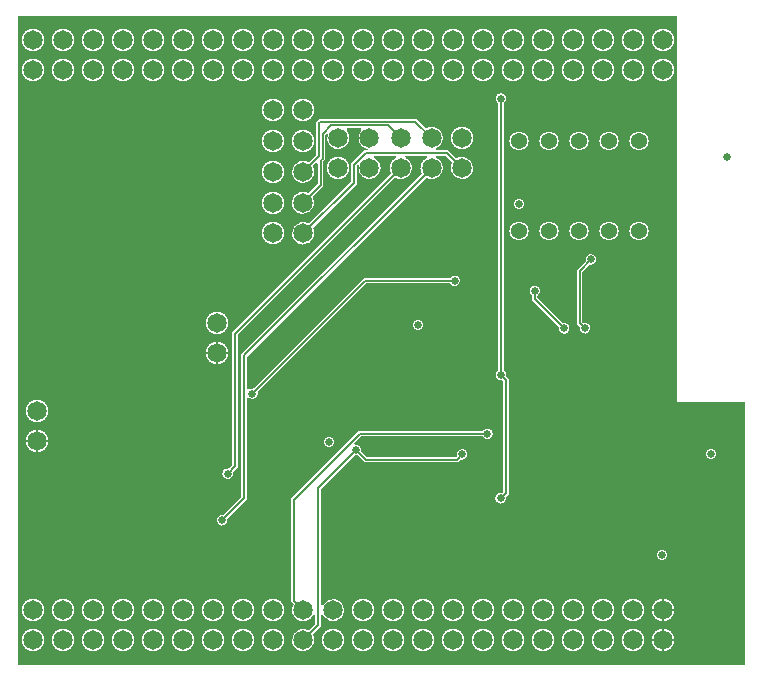
<source format=gbl>
G04 ================== begin FILE IDENTIFICATION RECORD ==================*
G04 Layout Name:  BBB_CAPE_PCB_AN.brd*
G04 Film Name:    BOTTOM*
G04 File Format:  Gerber RS274X*
G04 File Origin:  Cadence Allegro 16.6-P004*
G04 Origin Date:  Thu Sep 11 16:38:19 2014*
G04 *
G04 Layer:  VIA CLASS/BOTTOM*
G04 Layer:  PIN/BOTTOM*
G04 Layer:  ETCH/BOTTOM*
G04 *
G04 Offset:    (0.00 0.00)*
G04 Mirror:    No*
G04 Mode:      Positive*
G04 Rotation:  0*
G04 FullContactRelief:  No*
G04 UndefLineWidth:     5.00*
G04 ================== end FILE IDENTIFICATION RECORD ====================*
%FSLAX25Y25*MOIN*%
%IR0*IPPOS*OFA0.00000B0.00000*MIA0B0*SFA1.00000B1.00000*%
%ADD11C,.026*%
%ADD12C,.054*%
%ADD10C,.065*%
%ADD13C,.006*%
%ADD15C,.03604*%
%ADD16C,.06404*%
%ADD14C,.07504*%
G75*
%LPD*%
G75*
G36*
G01X611300Y1592400D02*
Y1808700D01*
X831000D01*
Y1680000D01*
X853700D01*
Y1592400D01*
X611300D01*
G37*
%LPC*%
G75*
G36*
G01X801837Y1725735D02*
X801732Y1725757D01*
X799332Y1723358D01*
Y1706742D01*
X799732Y1706343D01*
X799837Y1706365D01*
G02X798435Y1704963I363J-1765D01*
G01X798457Y1705068D01*
X797530Y1705996D01*
Y1724104D01*
X800457Y1727032D01*
X800435Y1727137D01*
G02X801837Y1725735I1765J363D01*
G37*
G36*
G01X784402Y1715440D02*
Y1714673D01*
X792832Y1706243D01*
X792937Y1706265D01*
G02X791535Y1704863I363J-1765D01*
G01X791557Y1704968D01*
X782598Y1713927D01*
Y1715440D01*
G02X784402I902J1560D01*
G37*
G36*
G01X772463Y1649665D02*
X772568Y1649643D01*
X773054Y1650128D01*
Y1686858D01*
X772654Y1687257D01*
X772549Y1687235D01*
G02X771298Y1690568I-363J1765D01*
G01Y1779540D01*
G02X773102I902J1560D01*
G01Y1690552D01*
G02X773951Y1688637I-916J-1552D01*
G01X773929Y1688532D01*
X774856Y1687604D01*
Y1649382D01*
X773843Y1648368D01*
X773865Y1648263D01*
G02X772463Y1649665I-1765J-363D01*
G37*
G36*
G01X681043Y1641068D02*
X681065Y1640963D01*
G02X679663Y1642365I-1765J-363D01*
G01X679768Y1642343D01*
X685698Y1648273D01*
Y1695873D01*
X745885Y1756060D01*
X745813Y1756192D01*
G02X747395Y1761342I3287J1808D01*
G03X747213Y1762098I-182J356D01*
G01X740687D01*
G03X740505Y1761342I0J-400D01*
G02X736862Y1754787I-1705J-3342D01*
G01X684502Y1702427D01*
Y1658227D01*
X682843Y1656568D01*
X682865Y1656463D01*
G02X681463Y1657865I-1765J-363D01*
G01X681568Y1657843D01*
X682698Y1658973D01*
Y1703173D01*
X735585Y1756060D01*
X735513Y1756192D01*
G02X737095Y1761342I3287J1808D01*
G03X736913Y1762098I-182J356D01*
G01X730287D01*
G03X730105Y1761342I0J-400D01*
G02X724745Y1758847I-1705J-3342D01*
G01X724770Y1758955D01*
X724550Y1759175D01*
X724102Y1758727D01*
Y1752727D01*
X709515Y1738140D01*
X709587Y1738008D01*
G02X708238Y1739413I-3288J-1807D01*
G01X722298Y1753473D01*
Y1759473D01*
X726727Y1763902D01*
X727952D01*
Y1764271D01*
X727785Y1764299D01*
G02X725714Y1770619I615J3701D01*
G03X725427Y1771298I-287J279D01*
G01X720973D01*
G03X720686Y1770619I0J-400D01*
G02X714520Y1769402I-2686J-2619D01*
G01X714569Y1769524D01*
X714334Y1769759D01*
X713652Y1769077D01*
Y1760777D01*
X713052Y1760177D01*
Y1751977D01*
X709415Y1748340D01*
X709487Y1748208D01*
G02X708138Y1749613I-3288J-1807D01*
G01X711248Y1752723D01*
Y1759408D01*
G03X710566Y1759691I-400J0D01*
G01X709515Y1758640D01*
X709587Y1758508D01*
G02X708108Y1759987I-3287J-1808D01*
G01X708240Y1759915D01*
X710648Y1762323D01*
Y1773423D01*
X711527Y1774302D01*
X744073D01*
X747160Y1771215D01*
X747292Y1771287D01*
G02X750805Y1764658I1808J-3287D01*
G03X750987Y1763902I182J-356D01*
G01X754573D01*
X757260Y1761215D01*
X757392Y1761287D01*
G02X755913Y1759808I1808J-3287D01*
G01X755985Y1759940D01*
X753827Y1762098D01*
X750987D01*
G03X750805Y1761342I0J-400D01*
G02X747292Y1754713I-1705J-3342D01*
G01X747160Y1754785D01*
X687502Y1695127D01*
Y1684413D01*
G03X688174Y1684120I400J0D01*
G02X689763Y1684565I1226J-1320D01*
G01X689868Y1684543D01*
X726627Y1721302D01*
X755240D01*
G02Y1719498I1560J-902D01*
G01X727373D01*
X691143Y1683268D01*
X691165Y1683163D01*
G02X688174Y1681480I-1765J-363D01*
G03X687502Y1681187I-272J-293D01*
G01Y1647527D01*
X681043Y1641068D01*
G37*
G36*
G01X709515Y1602540D02*
X709587Y1602408D01*
G02X708108Y1603887I-3287J-1808D01*
G01X708240Y1603815D01*
X710398Y1605973D01*
Y1608713D01*
G03X709642Y1608895I-400J0D01*
G02X703013Y1612408I-3342J1705D01*
G01X703085Y1612540D01*
X702250Y1613375D01*
Y1647825D01*
X724727Y1670302D01*
X766140D01*
G02Y1668498I1560J-902D01*
G01X725473D01*
X723454Y1666479D01*
G03X723766Y1665797I282J-283D01*
G02X725665Y1663637I134J-1797D01*
G01X725643Y1663532D01*
X727542Y1661632D01*
X757158D01*
X757557Y1662032D01*
X757535Y1662137D01*
G02X758937Y1660735I1765J363D01*
G01X758832Y1660757D01*
X757904Y1659830D01*
X726796D01*
X724368Y1662257D01*
X724263Y1662235D01*
G02X723537I-363J1765D01*
G01X723432Y1662257D01*
X712202Y1651027D01*
Y1612487D01*
G03X712958Y1612305I400J0D01*
G02Y1608895I3342J-1705D01*
G03X712202Y1608713I-356J-182D01*
G01Y1605227D01*
X709515Y1602540D01*
G37*
G54D15*
X714900Y1666700D03*
X744500Y1705800D03*
X778100Y1746100D03*
X825800Y1628900D03*
X842400Y1662800D03*
G54D16*
X778400Y1737100D03*
Y1767100D03*
X808400Y1737100D03*
X798400D03*
X788400D03*
Y1767100D03*
X798400D03*
X808400D03*
X818400Y1737100D03*
Y1767100D03*
G54D14*
X626300Y1610600D03*
X616300D03*
X626300Y1600600D03*
X616300D03*
X617700Y1676900D03*
Y1666900D03*
X626400Y1800500D03*
X616400D03*
X626400Y1790500D03*
X616400D03*
X656300Y1610600D03*
X646300D03*
X636300D03*
X656300Y1600600D03*
X646300D03*
X636300D03*
X656400Y1800500D03*
X646400D03*
X636400D03*
X656400Y1790500D03*
X646400D03*
X636400D03*
X686300Y1610600D03*
X676300D03*
X666300D03*
X686300Y1600600D03*
X676300D03*
X666300D03*
X677600Y1696300D03*
Y1706300D03*
X686400Y1800500D03*
X676400D03*
X666400D03*
X686400Y1790500D03*
X676400D03*
X666400D03*
X696300Y1610600D03*
X716300Y1600600D03*
X696300D03*
Y1736200D03*
X706300Y1767000D03*
X696300D03*
Y1756700D03*
X696200Y1746400D03*
X718000Y1758000D03*
X706400Y1777400D03*
X696400D03*
X716400Y1800500D03*
X706400D03*
X696400D03*
X716400Y1790500D03*
X706400D03*
X696400D03*
X746300Y1610600D03*
X736300D03*
X726300D03*
X746300Y1600600D03*
X736300D03*
X726300D03*
X746400Y1800500D03*
X736400D03*
X726400D03*
X746400Y1790500D03*
X736400D03*
X726400D03*
X776300Y1610600D03*
X766300D03*
X756300D03*
X776300Y1600600D03*
X766300D03*
X756300D03*
X759200Y1768000D03*
X776400Y1800500D03*
X766400D03*
X756400D03*
X776400Y1790500D03*
X766400D03*
X756400D03*
X806300Y1610600D03*
X796300D03*
X786300D03*
X806300Y1600600D03*
X796300D03*
X786300D03*
X806400Y1800500D03*
X796400D03*
X786400D03*
X806400Y1790500D03*
X796400D03*
X786400D03*
X826300Y1610600D03*
X816300D03*
X826300Y1600600D03*
X816300D03*
X826400Y1800500D03*
X816400D03*
X826400Y1790500D03*
X816400D03*
%LPD*%
G75*
G54D10*
X626300Y1610600D03*
X616300D03*
X626300Y1600600D03*
X616300D03*
X617700Y1676900D03*
Y1666900D03*
X626400Y1800500D03*
X616400D03*
X626400Y1790500D03*
X616400D03*
X656300Y1610600D03*
X646300D03*
X636300D03*
X656300Y1600600D03*
X646300D03*
X636300D03*
X656400Y1800500D03*
X646400D03*
X636400D03*
X656400Y1790500D03*
X646400D03*
X636400D03*
X686300Y1610600D03*
X676300D03*
X666300D03*
X686300Y1600600D03*
X676300D03*
X666300D03*
X677600Y1696300D03*
Y1706300D03*
X686400Y1800500D03*
X676400D03*
X666400D03*
X686400Y1790500D03*
X676400D03*
X666400D03*
X716300Y1610600D03*
X706300D03*
X696300D03*
X716300Y1600600D03*
X706300D03*
X696300D03*
X706300Y1736200D03*
X696300D03*
X706300Y1767000D03*
X696300D03*
X706300Y1756700D03*
X696300D03*
X706200Y1746400D03*
X696200D03*
X718000Y1768000D03*
Y1758000D03*
X706400Y1777400D03*
X696400D03*
X716400Y1800500D03*
X706400D03*
X696400D03*
X716400Y1790500D03*
X706400D03*
X696400D03*
X746300Y1610600D03*
X736300D03*
X726300D03*
X746300Y1600600D03*
X736300D03*
X726300D03*
X738800Y1768000D03*
Y1758000D03*
X728400Y1768000D03*
Y1758000D03*
X749100Y1768000D03*
Y1758000D03*
X746400Y1800500D03*
X736400D03*
X726400D03*
X746400Y1790500D03*
X736400D03*
X726400D03*
X776300Y1610600D03*
X766300D03*
X756300D03*
X776300Y1600600D03*
X766300D03*
X756300D03*
X759200Y1768000D03*
Y1758000D03*
X776400Y1800500D03*
X766400D03*
X756400D03*
X776400Y1790500D03*
X766400D03*
X756400D03*
X806300Y1610600D03*
X796300D03*
X786300D03*
X806300Y1600600D03*
X796300D03*
X786300D03*
X806400Y1800500D03*
X796400D03*
X786400D03*
X806400Y1790500D03*
X796400D03*
X786400D03*
X826300Y1610600D03*
X816300D03*
X826300Y1600600D03*
X816300D03*
X826400Y1800500D03*
X816400D03*
X826400Y1790500D03*
X816400D03*
G54D11*
X616500Y1702000D03*
X618300Y1730700D03*
X616600Y1713900D03*
X618300Y1744000D03*
X656600Y1625300D03*
X648200Y1625100D03*
X639400Y1624900D03*
X648500Y1636900D03*
X641400Y1730300D03*
X647700Y1713800D03*
X633000Y1714100D03*
X641400Y1743500D03*
X683900Y1625700D03*
X674700Y1625400D03*
X665700Y1625300D03*
X664100Y1636900D03*
X679300Y1640600D03*
X681100Y1656100D03*
X689400Y1682800D03*
X719500Y1679300D03*
X714900Y1666700D03*
X702200Y1717100D03*
X750400Y1647100D03*
X739600Y1637800D03*
X730200Y1630700D03*
X723900Y1664000D03*
X729600Y1690000D03*
X736400Y1705200D03*
X741800Y1684200D03*
X744500Y1705800D03*
X736100Y1732100D03*
X772100Y1647900D03*
X764000Y1628000D03*
X776400D03*
X759300Y1662500D03*
X767700Y1669400D03*
X761400Y1655400D03*
X772186Y1689000D03*
X752500Y1684300D03*
X756800Y1720400D03*
X778100Y1746100D03*
X772200Y1781100D03*
X790400Y1659600D03*
X800200Y1704600D03*
X793300Y1704500D03*
X789400Y1687300D03*
X802200Y1727500D03*
X783500Y1717000D03*
X811800Y1752600D03*
X792900D03*
X825800Y1628900D03*
X823300Y1673700D03*
X833800Y1674400D03*
X842400Y1662800D03*
X823100Y1689200D03*
X815100Y1698500D03*
X846400Y1610700D03*
Y1597200D03*
Y1622800D03*
X845000Y1674500D03*
X847600Y1761800D03*
G54D12*
X778400Y1737100D03*
Y1767100D03*
X808400Y1737100D03*
X798400D03*
X788400D03*
Y1767100D03*
X798400D03*
X808400D03*
X818400Y1737100D03*
Y1767100D03*
G54D13*
G01X617700Y1662948D02*
Y1666900D01*
G01D02*
Y1670852D01*
G01X613748Y1666900D02*
X617700D01*
G01D02*
X621652D01*
G01X679300Y1640600D02*
X686600Y1647900D01*
Y1695500D01*
X749100Y1758000D01*
G01X681100Y1656100D02*
X683600Y1658600D01*
Y1702800D01*
X738800Y1758000D01*
G01X677600Y1692348D02*
Y1696300D01*
G01D02*
Y1700252D01*
G01X673648Y1696300D02*
X677600D01*
G01D02*
X681552D01*
G01X756800Y1720400D02*
X727000D01*
X689400Y1682800D01*
G01X706300Y1600600D02*
X711300Y1605600D01*
Y1651400D01*
X723900Y1664000D01*
G01X706300Y1610600D02*
X703152Y1613748D01*
Y1647452D01*
X725100Y1669400D01*
X767700D01*
G01X706300Y1736200D02*
X723200Y1753100D01*
Y1759100D01*
X727100Y1763000D01*
X754200D01*
X759200Y1758000D01*
G01X738800Y1768000D02*
X734600Y1772200D01*
X715500D01*
X712750Y1769450D01*
Y1761150D01*
X712150Y1760550D01*
Y1752350D01*
X706200Y1746400D01*
G01X749100Y1768000D02*
X743700Y1773400D01*
X711900D01*
X711550Y1773050D01*
Y1761950D01*
X706300Y1756700D01*
G01X759300Y1662500D02*
X757531Y1660731D01*
X727169D01*
X723900Y1664000D01*
G01X772186Y1689000D02*
X773955Y1687231D01*
Y1649755D01*
X772100Y1647900D01*
G01X772186Y1689000D02*
X772200Y1689014D01*
Y1781100D01*
G01X800200Y1704600D02*
X798431Y1706369D01*
Y1723731D01*
X802200Y1727500D01*
G01X793300Y1704500D02*
X783500Y1714300D01*
Y1717000D01*
G01X826300Y1596648D02*
Y1600600D01*
G01D02*
Y1604552D01*
G01X822348Y1600600D02*
X826300D01*
G01D02*
X830252D01*
G01X826300Y1606648D02*
Y1610600D01*
G01D02*
Y1614552D01*
G01X822348Y1610600D02*
X826300D01*
G01D02*
X830252D01*
M02*

</source>
